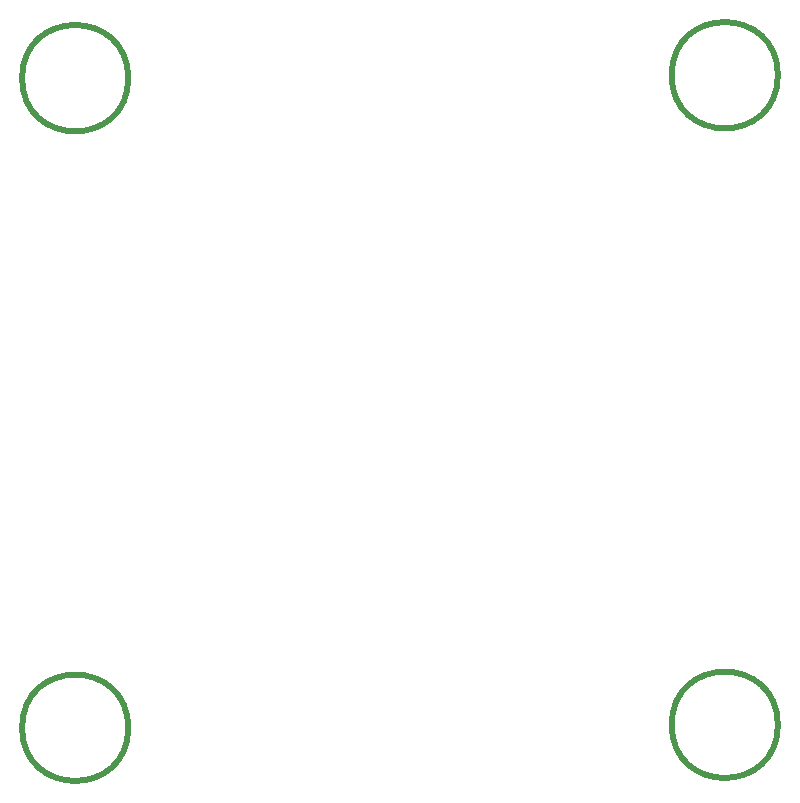
<source format=gbr>
%TF.GenerationSoftware,KiCad,Pcbnew,7.0.5-0*%
%TF.CreationDate,2024-04-21T20:24:40-04:00*%
%TF.ProjectId,swr_meter_bottom,7377725f-6d65-4746-9572-5f626f74746f,rev?*%
%TF.SameCoordinates,Original*%
%TF.FileFunction,Legend,Bot*%
%TF.FilePolarity,Positive*%
%FSLAX46Y46*%
G04 Gerber Fmt 4.6, Leading zero omitted, Abs format (unit mm)*
G04 Created by KiCad (PCBNEW 7.0.5-0) date 2024-04-21 20:24:40*
%MOMM*%
%LPD*%
G01*
G04 APERTURE LIST*
%ADD10C,0.500000*%
G04 APERTURE END LIST*
D10*
X115250000Y-34500000D02*
G75*
G03*
X115250000Y-34500000I-4500000J0D01*
G01*
X170250000Y-34250000D02*
G75*
G03*
X170250000Y-34250000I-4500000J0D01*
G01*
X115250000Y-89500000D02*
G75*
G03*
X115250000Y-89500000I-4500000J0D01*
G01*
X170250000Y-89250000D02*
G75*
G03*
X170250000Y-89250000I-4500000J0D01*
G01*
M02*

</source>
